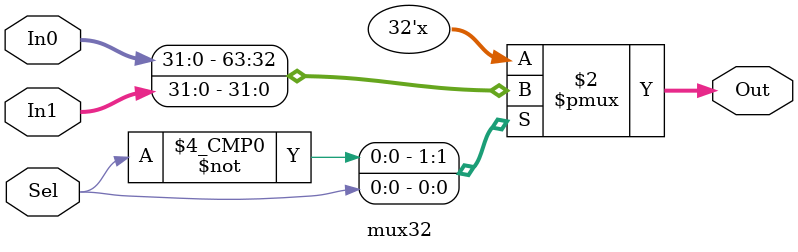
<source format=v>
/*
    CO 224 : Lab 06
    mux module
    E/16/069
*/
module mux32(Out, In0, In1, Sel);

    // Port Declaration
    input [31:0] In0, In1;
    input Sel;
    output reg [31:0] Out;

    always @(Sel or In0 or In1)
    begin
        case(Sel)
            1'b0 : Out <= In0;
            1'b1 : Out <= In1;
            default : Out <= In0;
        endcase
    end

endmodule

</source>
